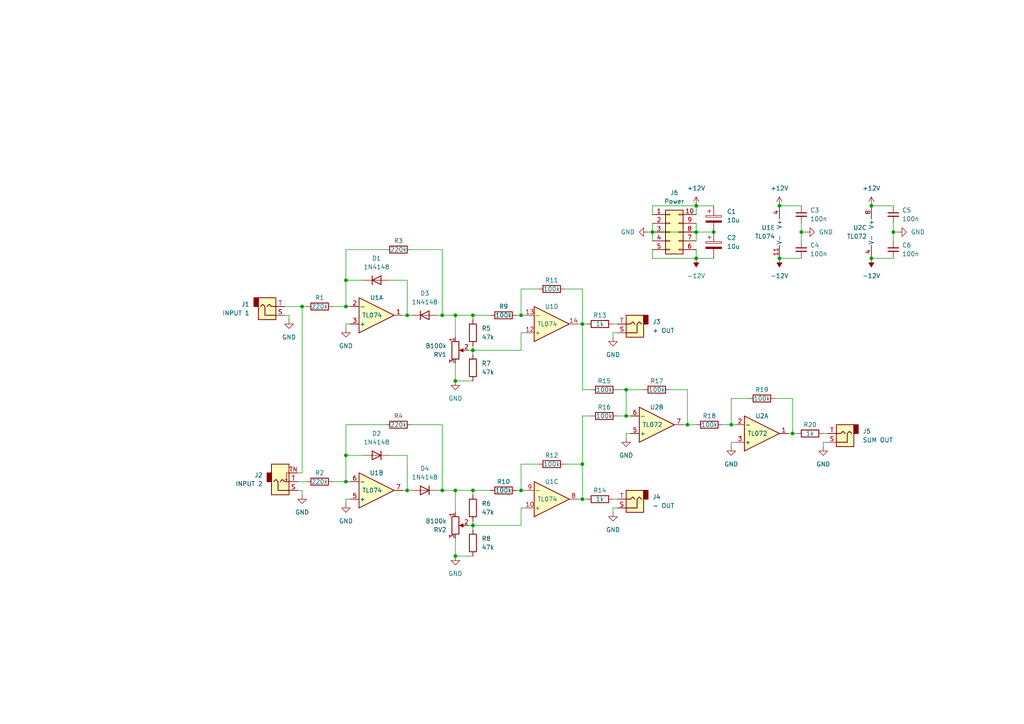
<source format=kicad_sch>
(kicad_sch (version 20230121) (generator eeschema)
  (paper "A4")
  (title_block (title "Recitifnuverter") (date "2024-02-08") (rev "1.0") (company "Sandelinos") (comment 1 "https://sandelinos.me/diy/Rectifinuverter"))
  (lib_symbols
    (symbol "Amplifier_Operational:TL072" (pin_names (offset 0.127))
      (property "Reference" "U" (at 0 5.08 0))
      (property "Value" "TL072" (at 0 -5.08 0))
      (symbol "TL072_1_1"
        (polyline (pts (xy -5.08 5.08) (xy 5.08 0) (xy -5.08 -5.08) (xy -5.08 5.08)) (stroke (width 0.254)) (fill (type background)))
        (pin output line (at 7.62 0 180) (length 2.54) (name "~") (number "1"))
        (pin input line (at -7.62 -2.54 0) (length 2.54) (name "-") (number "2"))
        (pin input line (at -7.62 2.54 0) (length 2.54) (name "+") (number "3"))
      )
      (symbol "TL072_2_1"
        (polyline (pts (xy -5.08 5.08) (xy 5.08 0) (xy -5.08 -5.08) (xy -5.08 5.08)) (stroke (width 0.254)) (fill (type background)))
        (pin input line (at -7.62 2.54 0) (length 2.54) (name "+") (number "5"))
        (pin input line (at -7.62 -2.54 0) (length 2.54) (name "-") (number "6"))
        (pin output line (at 7.62 0 180) (length 2.54) (name "~") (number "7"))
      )
      (symbol "TL072_3_1"
        (pin power_in line (at -2.54 -7.62 90) (length 3.81) (name "V-") (number "4"))
        (pin power_in line (at -2.54 7.62 270) (length 3.81) (name "V+") (number "8"))
      )
    )
    (symbol "Amplifier_Operational:TL074" (pin_names (offset 0.127))
      (property "Reference" "U" (at 0 5.08 0))
      (property "Value" "TL074" (at 0 -5.08 0))
      (symbol "TL074_1_1"
        (polyline (pts (xy -5.08 5.08) (xy 5.08 0) (xy -5.08 -5.08) (xy -5.08 5.08)) (stroke (width 0.254)) (fill (type background)))
        (pin output line (at 7.62 0 180) (length 2.54) (name "~") (number "1"))
        (pin input line (at -7.62 -2.54 0) (length 2.54) (name "-") (number "2"))
        (pin input line (at -7.62 2.54 0) (length 2.54) (name "+") (number "3"))
      )
      (symbol "TL074_2_1"
        (polyline (pts (xy -5.08 5.08) (xy 5.08 0) (xy -5.08 -5.08) (xy -5.08 5.08)) (stroke (width 0.254)) (fill (type background)))
        (pin input line (at -7.62 2.54 0) (length 2.54) (name "+") (number "5"))
        (pin input line (at -7.62 -2.54 0) (length 2.54) (name "-") (number "6"))
        (pin output line (at 7.62 0 180) (length 2.54) (name "~") (number "7"))
      )
      (symbol "TL074_3_1"
        (polyline (pts (xy -5.08 5.08) (xy 5.08 0) (xy -5.08 -5.08) (xy -5.08 5.08)) (stroke (width 0.254)) (fill (type background)))
        (pin input line (at -7.62 2.54 0) (length 2.54) (name "+") (number "10"))
        (pin output line (at 7.62 0 180) (length 2.54) (name "~") (number "8"))
        (pin input line (at -7.62 -2.54 0) (length 2.54) (name "-") (number "9"))
      )
      (symbol "TL074_4_1"
        (polyline (pts (xy -5.08 5.08) (xy 5.08 0) (xy -5.08 -5.08) (xy -5.08 5.08)) (stroke (width 0.254)) (fill (type background)))
        (pin input line (at -7.62 2.54 0) (length 2.54) (name "+") (number "12"))
        (pin input line (at -7.62 -2.54 0) (length 2.54) (name "-") (number "13"))
        (pin output line (at 7.62 0 180) (length 2.54) (name "~") (number "14"))
      )
      (symbol "TL074_5_1"
        (pin power_in line (at -2.54 -7.62 90) (length 3.81) (name "V-") (number "11"))
        (pin power_in line (at -2.54 7.62 270) (length 3.81) (name "V+") (number "4"))
      )
    )
    (symbol "Connector_Audio:AudioJack2"
      (property "Reference" "J" (at 0 8.89 0))
      (property "Value" "AudioJack2" (at 0 6.35 0))
      (symbol "AudioJack2_0_1"
        (rectangle (start -3.81 0) (end -2.54 -2.54) (stroke (width 0.254)) (fill (type outline)))
        (rectangle (start -2.54 3.81) (end 2.54 -2.54) (stroke (width 0.254)) (fill (type background)))
        (polyline (pts (xy 0 0) (xy 0.635 -0.635) (xy 1.27 0) (xy 2.54 0)) (stroke (width 0.254)))
        (polyline (pts (xy 2.54 2.54) (xy -0.635 2.54) (xy -0.635 0) (xy -1.27 -0.635) (xy -1.905 0)) (stroke (width 0.254)))
      )
      (symbol "AudioJack2_1_1"
        (pin passive line (at 5.08 2.54 180) (length 2.54) (name "~") (number "S"))
        (pin passive line (at 5.08 0 180) (length 2.54) (name "~") (number "T"))
      )
    )
    (symbol "Connector_Audio:AudioJack2_SwitchT"
      (property "Reference" "J" (at 0 8.89 0))
      (property "Value" "AudioJack2_SwitchT" (at 0 6.35 0))
      (symbol "AudioJack2_SwitchT_0_1"
        (rectangle (start -2.54 0) (end -3.81 -2.54) (stroke (width 0.254)) (fill (type outline)))
        (polyline (pts (xy 1.778 -0.254) (xy 2.032 -0.762)))
        (polyline (pts (xy 0 0) (xy 0.635 -0.635) (xy 1.27 0) (xy 2.54 0)) (stroke (width 0.254)))
        (polyline (pts (xy 2.54 -2.54) (xy 1.778 -2.54) (xy 1.778 -0.254) (xy 1.524 -0.762)))
        (polyline (pts (xy 2.54 2.54) (xy -0.635 2.54) (xy -0.635 0) (xy -1.27 -0.635) (xy -1.905 0)) (stroke (width 0.254)))
        (rectangle (start 2.54 3.81) (end -2.54 -5.08) (stroke (width 0.254)) (fill (type background)))
      )
      (symbol "AudioJack2_SwitchT_1_1"
        (pin passive line (at 5.08 2.54 180) (length 2.54) (name "~") (number "S"))
        (pin passive line (at 5.08 0 180) (length 2.54) (name "~") (number "T"))
        (pin passive line (at 5.08 -2.54 180) (length 2.54) (name "~") (number "TN"))
      )
    )
    (symbol "Connector_Generic:Conn_02x05_Counter_Clockwise" (pin_names (offset 1.016) hide)
      (property "Reference" "J" (at 1.27 7.62 0))
      (property "Value" "Conn_02x05_Counter_Clockwise" (at 1.27 -7.62 0))
      (symbol "Conn_02x05_Counter_Clockwise_1_1"
        (rectangle (start -1.27 -4.953) (end 0 -5.207) (stroke (width 0.1524)))
        (rectangle (start -1.27 -2.413) (end 0 -2.667) (stroke (width 0.1524)))
        (rectangle (start -1.27 0.127) (end 0 -0.127) (stroke (width 0.1524)))
        (rectangle (start -1.27 2.667) (end 0 2.413) (stroke (width 0.1524)))
        (rectangle (start -1.27 5.207) (end 0 4.953) (stroke (width 0.1524)))
        (rectangle (start -1.27 6.35) (end 3.81 -6.35) (stroke (width 0.254)) (fill (type background)))
        (rectangle (start 3.81 -4.953) (end 2.54 -5.207) (stroke (width 0.1524)))
        (rectangle (start 3.81 -2.413) (end 2.54 -2.667) (stroke (width 0.1524)))
        (rectangle (start 3.81 0.127) (end 2.54 -0.127) (stroke (width 0.1524)))
        (rectangle (start 3.81 2.667) (end 2.54 2.413) (stroke (width 0.1524)))
        (rectangle (start 3.81 5.207) (end 2.54 4.953) (stroke (width 0.1524)))
        (pin passive line (at -5.08 5.08 0) (length 3.81) (name "Pin_1") (number "1"))
        (pin passive line (at 7.62 5.08 180) (length 3.81) (name "Pin_10") (number "10"))
        (pin passive line (at -5.08 2.54 0) (length 3.81) (name "Pin_2") (number "2"))
        (pin passive line (at -5.08 0 0) (length 3.81) (name "Pin_3") (number "3"))
        (pin passive line (at -5.08 -2.54 0) (length 3.81) (name "Pin_4") (number "4"))
        (pin passive line (at -5.08 -5.08 0) (length 3.81) (name "Pin_5") (number "5"))
        (pin passive line (at 7.62 -5.08 180) (length 3.81) (name "Pin_6") (number "6"))
        (pin passive line (at 7.62 -2.54 180) (length 3.81) (name "Pin_7") (number "7"))
        (pin passive line (at 7.62 0 180) (length 3.81) (name "Pin_8") (number "8"))
        (pin passive line (at 7.62 2.54 180) (length 3.81) (name "Pin_9") (number "9"))
      )
    )
    (symbol "Device:C_Polarized" (pin_numbers hide) (pin_names (offset 0.254))
      (property "Reference" "C" (at 0.635 2.54 0))
      (property "Value" "C_Polarized" (at 0.635 -2.54 0))
      (symbol "C_Polarized_0_1"
        (rectangle (start -2.286 0.508) (end 2.286 1.016))
        (polyline (pts (xy -1.778 2.286) (xy -0.762 2.286)))
        (polyline (pts (xy -1.27 2.794) (xy -1.27 1.778)))
        (rectangle (start 2.286 -0.508) (end -2.286 -1.016) (fill (type outline)))
      )
      (symbol "C_Polarized_1_1"
        (pin passive line (at 0 3.81 270) (length 2.794) (name "~") (number "1"))
        (pin passive line (at 0 -3.81 90) (length 2.794) (name "~") (number "2"))
      )
    )
    (symbol "Device:C_Small" (pin_numbers hide) (pin_names (offset 0.254) hide)
      (property "Reference" "C" (at 0.254 1.778 0))
      (property "Value" "C_Small" (at 0.254 -2.032 0))
      (symbol "C_Small_0_1"
        (polyline (pts (xy -1.524 -0.508) (xy 1.524 -0.508)) (stroke (width 0.3302)))
        (polyline (pts (xy -1.524 0.508) (xy 1.524 0.508)) (stroke (width 0.3048)))
      )
      (symbol "C_Small_1_1"
        (pin passive line (at 0 2.54 270) (length 2.032) (name "~") (number "1"))
        (pin passive line (at 0 -2.54 90) (length 2.032) (name "~") (number "2"))
      )
    )
    (symbol "Device:D" (pin_numbers hide) (pin_names (offset 1.016) hide)
      (property "Reference" "D" (at 0 2.54 0))
      (property "Value" "D" (at 0 -2.54 0))
      (symbol "D_0_1"
        (polyline (pts (xy -1.27 1.27) (xy -1.27 -1.27)) (stroke (width 0.254)))
        (polyline (pts (xy 1.27 0) (xy -1.27 0)))
        (polyline (pts (xy 1.27 1.27) (xy 1.27 -1.27) (xy -1.27 0) (xy 1.27 1.27)) (stroke (width 0.254)))
      )
      (symbol "D_1_1"
        (pin passive line (at -3.81 0 0) (length 2.54) (name "K") (number "1"))
        (pin passive line (at 3.81 0 180) (length 2.54) (name "A") (number "2"))
      )
    )
    (symbol "Device:R" (pin_numbers hide) (pin_names (offset 0))
      (property "Reference" "R" (at 2.032 0 90))
      (property "Value" "R" (at 0 0 90))
      (symbol "R_0_1"
        (rectangle (start -1.016 -2.54) (end 1.016 2.54) (stroke (width 0.254)))
      )
      (symbol "R_1_1"
        (pin passive line (at 0 3.81 270) (length 1.27) (name "~") (number "1"))
        (pin passive line (at 0 -3.81 90) (length 1.27) (name "~") (number "2"))
      )
    )
    (symbol "Device:R_Potentiometer" (pin_names (offset 1.016) hide)
      (property "Reference" "RV" (at -4.445 0 90))
      (property "Value" "R_Potentiometer" (at -2.54 0 90))
      (symbol "R_Potentiometer_0_1"
        (polyline (pts (xy 2.54 0) (xy 1.524 0)))
        (polyline (pts (xy 1.143 0) (xy 2.286 0.508) (xy 2.286 -0.508) (xy 1.143 0)) (fill (type outline)))
        (rectangle (start 1.016 2.54) (end -1.016 -2.54) (stroke (width 0.254)))
      )
      (symbol "R_Potentiometer_1_1"
        (pin passive line (at 0 3.81 270) (length 1.27) (name "1") (number "1"))
        (pin passive line (at 3.81 0 180) (length 1.27) (name "2") (number "2"))
        (pin passive line (at 0 -3.81 90) (length 1.27) (name "3") (number "3"))
      )
    )
    (symbol "power:+12V" (power) (pin_names (offset 0))
      (property "Value" "+12V" (at 0 3.556 0))
      (symbol "+12V_0_1"
        (polyline (pts (xy -0.762 1.27) (xy 0 2.54)))
        (polyline (pts (xy 0 0) (xy 0 2.54)))
        (polyline (pts (xy 0 2.54) (xy 0.762 1.27)))
      )
      (symbol "+12V_1_1"
        (pin power_in line (at 0 0 90) (length 0) hide (name "+12V") (number "1"))
      )
    )
    (symbol "power:-12V" (power) (pin_names (offset 0))
      (property "Value" "-12V" (at 0 3.81 0))
      (symbol "-12V_0_0"
        (pin power_in line (at 0 0 90) (length 0) hide (name "-12V") (number "1"))
      )
      (symbol "-12V_0_1"
        (polyline (pts (xy 0 0) (xy 0 1.27) (xy 0.762 1.27) (xy 0 2.54) (xy -0.762 1.27) (xy 0 1.27)) (fill (type outline)))
      )
    )
    (symbol "power:GND" (power) (pin_names (offset 0))
      (property "Value" "GND" (at 0 -3.81 0))
      (symbol "GND_0_1"
        (polyline (pts (xy 0 0) (xy 0 -1.27) (xy 1.27 -1.27) (xy 0 -2.54) (xy -1.27 -1.27) (xy 0 -1.27)))
      )
      (symbol "GND_1_1"
        (pin power_in line (at 0 0 270) (length 0) hide (name "GND") (number "1"))
      )
    )
  )
  (junction (at 100.33 139.7))
  (junction (at 226.06 74.93))
  (junction (at 132.08 110.49))
  (junction (at 118.11 142.24))
  (junction (at 132.08 161.29))
  (junction (at 168.91 144.78))
  (junction (at 199.39 123.19))
  (junction (at 201.93 67.31))
  (junction (at 181.61 120.65))
  (junction (at 137.16 142.24))
  (junction (at 189.23 67.31))
  (junction (at 137.16 91.44))
  (junction (at 100.33 81.28))
  (junction (at 168.91 134.62))
  (junction (at 252.73 59.69))
  (junction (at 201.93 74.93))
  (junction (at 168.91 93.98))
  (junction (at 100.33 88.9))
  (junction (at 151.13 142.24))
  (junction (at 252.73 74.93))
  (junction (at 132.08 142.24))
  (junction (at 229.87 125.73))
  (junction (at 128.27 91.44))
  (junction (at 128.27 142.24))
  (junction (at 201.93 59.69))
  (junction (at 226.06 59.69))
  (junction (at 87.63 88.9))
  (junction (at 118.11 91.44))
  (junction (at 137.16 101.6))
  (junction (at 232.41 67.31))
  (junction (at 259.08 67.31))
  (junction (at 181.61 113.03))
  (junction (at 100.33 132.08))
  (junction (at 207.01 67.31))
  (junction (at 132.08 91.44))
  (junction (at 212.09 123.19))
  (junction (at 151.13 91.44))
  (junction (at 137.16 152.4))
  (wire (pts (xy 168.91 83.82) (xy 168.91 93.98)))
  (wire (pts (xy 177.8 93.98) (xy 179.07 93.98)))
  (wire (pts (xy 181.61 127) (xy 181.61 125.73)))
  (wire (pts (xy 189.23 59.69) (xy 201.93 59.69)))
  (wire (pts (xy 201.93 64.77) (xy 201.93 67.31)))
  (wire (pts (xy 128.27 142.24) (xy 128.27 123.19)))
  (wire (pts (xy 149.86 91.44) (xy 151.13 91.44)))
  (wire (pts (xy 100.33 72.39) (xy 100.33 81.28)))
  (wire (pts (xy 83.82 92.71) (xy 83.82 91.44)))
  (wire (pts (xy 137.16 152.4) (xy 137.16 153.67)))
  (wire (pts (xy 181.61 120.65) (xy 182.88 120.65)))
  (wire (pts (xy 156.21 134.62) (xy 151.13 134.62)))
  (wire (pts (xy 137.16 91.44) (xy 142.24 91.44)))
  (wire (pts (xy 100.33 144.78) (xy 101.6 144.78)))
  (wire (pts (xy 199.39 123.19) (xy 201.93 123.19)))
  (wire (pts (xy 232.41 67.31) (xy 232.41 69.85)))
  (wire (pts (xy 189.23 62.23) (xy 189.23 59.69)))
  (wire (pts (xy 137.16 142.24) (xy 137.16 143.51)))
  (wire (pts (xy 194.31 113.03) (xy 199.39 113.03)))
  (wire (pts (xy 149.86 142.24) (xy 151.13 142.24)))
  (wire (pts (xy 201.93 74.93) (xy 207.01 74.93)))
  (wire (pts (xy 168.91 144.78) (xy 170.18 144.78)))
  (wire (pts (xy 168.91 134.62) (xy 168.91 144.78)))
  (wire (pts (xy 113.03 132.08) (xy 118.11 132.08)))
  (wire (pts (xy 151.13 83.82) (xy 151.13 91.44)))
  (wire (pts (xy 212.09 128.27) (xy 213.36 128.27)))
  (wire (pts (xy 156.21 83.82) (xy 151.13 83.82)))
  (wire (pts (xy 189.23 74.93) (xy 189.23 72.39)))
  (wire (pts (xy 100.33 139.7) (xy 101.6 139.7)))
  (wire (pts (xy 132.08 161.29) (xy 137.16 161.29)))
  (wire (pts (xy 179.07 120.65) (xy 181.61 120.65)))
  (wire (pts (xy 83.82 91.44) (xy 82.55 91.44)))
  (wire (pts (xy 100.33 88.9) (xy 101.6 88.9)))
  (wire (pts (xy 151.13 96.52) (xy 152.4 96.52)))
  (wire (pts (xy 137.16 91.44) (xy 137.16 92.71)))
  (wire (pts (xy 82.55 88.9) (xy 87.63 88.9)))
  (wire (pts (xy 168.91 144.78) (xy 167.64 144.78)))
  (wire (pts (xy 252.73 59.69) (xy 259.08 59.69)))
  (wire (pts (xy 96.52 139.7) (xy 100.33 139.7)))
  (wire (pts (xy 100.33 95.25) (xy 100.33 93.98)))
  (wire (pts (xy 163.83 83.82) (xy 168.91 83.82)))
  (wire (pts (xy 128.27 91.44) (xy 132.08 91.44)))
  (wire (pts (xy 201.93 67.31) (xy 207.01 67.31)))
  (wire (pts (xy 177.8 148.59) (xy 177.8 147.32)))
  (wire (pts (xy 96.52 88.9) (xy 100.33 88.9)))
  (wire (pts (xy 212.09 123.19) (xy 213.36 123.19)))
  (wire (pts (xy 128.27 72.39) (xy 119.38 72.39)))
  (wire (pts (xy 86.36 139.7) (xy 88.9 139.7)))
  (wire (pts (xy 151.13 134.62) (xy 151.13 142.24)))
  (wire (pts (xy 111.76 72.39) (xy 100.33 72.39)))
  (wire (pts (xy 232.41 67.31) (xy 233.68 67.31)))
  (wire (pts (xy 186.69 113.03) (xy 181.61 113.03)))
  (wire (pts (xy 113.03 81.28) (xy 118.11 81.28)))
  (wire (pts (xy 168.91 93.98) (xy 168.91 113.03)))
  (wire (pts (xy 87.63 143.51) (xy 87.63 142.24)))
  (wire (pts (xy 238.76 129.54) (xy 238.76 128.27)))
  (wire (pts (xy 209.55 123.19) (xy 212.09 123.19)))
  (wire (pts (xy 201.93 59.69) (xy 201.93 62.23)))
  (wire (pts (xy 118.11 142.24) (xy 119.38 142.24)))
  (wire (pts (xy 137.16 152.4) (xy 137.16 151.13)))
  (wire (pts (xy 137.16 101.6) (xy 137.16 100.33)))
  (wire (pts (xy 132.08 142.24) (xy 132.08 148.59)))
  (wire (pts (xy 118.11 132.08) (xy 118.11 142.24)))
  (wire (pts (xy 238.76 125.73) (xy 240.03 125.73)))
  (wire (pts (xy 87.63 142.24) (xy 86.36 142.24)))
  (wire (pts (xy 132.08 110.49) (xy 137.16 110.49)))
  (wire (pts (xy 151.13 101.6) (xy 151.13 96.52)))
  (wire (pts (xy 238.76 128.27) (xy 240.03 128.27)))
  (wire (pts (xy 132.08 91.44) (xy 132.08 97.79)))
  (wire (pts (xy 137.16 152.4) (xy 151.13 152.4)))
  (wire (pts (xy 179.07 113.03) (xy 181.61 113.03)))
  (wire (pts (xy 105.41 81.28) (xy 100.33 81.28)))
  (wire (pts (xy 151.13 152.4) (xy 151.13 147.32)))
  (wire (pts (xy 252.73 74.93) (xy 259.08 74.93)))
  (wire (pts (xy 177.8 97.79) (xy 177.8 96.52)))
  (wire (pts (xy 87.63 88.9) (xy 88.9 88.9)))
  (wire (pts (xy 226.06 59.69) (xy 232.41 59.69)))
  (wire (pts (xy 199.39 113.03) (xy 199.39 123.19)))
  (wire (pts (xy 118.11 91.44) (xy 116.84 91.44)))
  (wire (pts (xy 100.33 81.28) (xy 100.33 88.9)))
  (wire (pts (xy 177.8 144.78) (xy 179.07 144.78)))
  (wire (pts (xy 232.41 64.77) (xy 232.41 67.31)))
  (wire (pts (xy 229.87 125.73) (xy 231.14 125.73)))
  (wire (pts (xy 137.16 101.6) (xy 137.16 102.87)))
  (wire (pts (xy 100.33 132.08) (xy 100.33 139.7)))
  (wire (pts (xy 118.11 142.24) (xy 116.84 142.24)))
  (wire (pts (xy 189.23 67.31) (xy 201.93 67.31)))
  (wire (pts (xy 212.09 129.54) (xy 212.09 128.27)))
  (wire (pts (xy 128.27 142.24) (xy 132.08 142.24)))
  (wire (pts (xy 111.76 123.19) (xy 100.33 123.19)))
  (wire (pts (xy 259.08 64.77) (xy 259.08 67.31)))
  (wire (pts (xy 127 142.24) (xy 128.27 142.24)))
  (wire (pts (xy 151.13 142.24) (xy 152.4 142.24)))
  (wire (pts (xy 177.8 96.52) (xy 179.07 96.52)))
  (wire (pts (xy 137.16 142.24) (xy 132.08 142.24)))
  (wire (pts (xy 168.91 120.65) (xy 171.45 120.65)))
  (wire (pts (xy 105.41 132.08) (xy 100.33 132.08)))
  (wire (pts (xy 228.6 125.73) (xy 229.87 125.73)))
  (wire (pts (xy 137.16 91.44) (xy 132.08 91.44)))
  (wire (pts (xy 151.13 147.32) (xy 152.4 147.32)))
  (wire (pts (xy 187.96 67.31) (xy 189.23 67.31)))
  (wire (pts (xy 137.16 142.24) (xy 142.24 142.24)))
  (wire (pts (xy 151.13 91.44) (xy 152.4 91.44)))
  (wire (pts (xy 135.89 101.6) (xy 137.16 101.6)))
  (wire (pts (xy 128.27 91.44) (xy 128.27 72.39)))
  (wire (pts (xy 100.33 93.98) (xy 101.6 93.98)))
  (wire (pts (xy 168.91 134.62) (xy 168.91 120.65)))
  (wire (pts (xy 163.83 134.62) (xy 168.91 134.62)))
  (wire (pts (xy 189.23 64.77) (xy 189.23 67.31)))
  (wire (pts (xy 118.11 91.44) (xy 119.38 91.44)))
  (wire (pts (xy 217.17 115.57) (xy 212.09 115.57)))
  (wire (pts (xy 229.87 115.57) (xy 229.87 125.73)))
  (wire (pts (xy 189.23 67.31) (xy 189.23 69.85)))
  (wire (pts (xy 100.33 146.05) (xy 100.33 144.78)))
  (wire (pts (xy 259.08 67.31) (xy 260.35 67.31)))
  (wire (pts (xy 201.93 72.39) (xy 201.93 74.93)))
  (wire (pts (xy 132.08 161.29) (xy 132.08 156.21)))
  (wire (pts (xy 212.09 115.57) (xy 212.09 123.19)))
  (wire (pts (xy 87.63 137.16) (xy 86.36 137.16)))
  (wire (pts (xy 118.11 81.28) (xy 118.11 91.44)))
  (wire (pts (xy 87.63 88.9) (xy 87.63 137.16)))
  (wire (pts (xy 100.33 123.19) (xy 100.33 132.08)))
  (wire (pts (xy 199.39 123.19) (xy 198.12 123.19)))
  (wire (pts (xy 259.08 67.31) (xy 259.08 69.85)))
  (wire (pts (xy 132.08 110.49) (xy 132.08 105.41)))
  (wire (pts (xy 127 91.44) (xy 128.27 91.44)))
  (wire (pts (xy 201.93 74.93) (xy 189.23 74.93)))
  (wire (pts (xy 201.93 67.31) (xy 201.93 69.85)))
  (wire (pts (xy 224.79 115.57) (xy 229.87 115.57)))
  (wire (pts (xy 135.89 152.4) (xy 137.16 152.4)))
  (wire (pts (xy 181.61 113.03) (xy 181.61 120.65)))
  (wire (pts (xy 137.16 101.6) (xy 151.13 101.6)))
  (wire (pts (xy 181.61 125.73) (xy 182.88 125.73)))
  (wire (pts (xy 226.06 74.93) (xy 232.41 74.93)))
  (wire (pts (xy 168.91 93.98) (xy 170.18 93.98)))
  (wire (pts (xy 168.91 93.98) (xy 167.64 93.98)))
  (wire (pts (xy 177.8 147.32) (xy 179.07 147.32)))
  (wire (pts (xy 128.27 123.19) (xy 119.38 123.19)))
  (wire (pts (xy 168.91 113.03) (xy 171.45 113.03)))
  (wire (pts (xy 201.93 59.69) (xy 207.01 59.69)))
  (symbol (lib_id "Device:D") (at 123.19 142.24 0) (mirror y) (unit 1)
    (property "Reference" "D4" (at 123.19 135.89 0))
    (property "Value" "1N4148" (at 123.19 138.43 0))
    (property "Sim.Device" "D" (effects hide))
    (property "Sim.Pins" "1=K 2=A" (effects hide))
  )
  (symbol (lib_id "Device:R_Potentiometer") (at 132.08 101.6 0) (unit 1)
    (property "Reference" "RV1" (at 129.54 102.87 0) (effects (justify right)))
    (property "Value" "B100k" (at 129.54 100.33 0) (effects (justify right)))
  )
  (symbol (lib_id "power:GND") (at 83.82 92.71 0) (unit 1)
    (property "Reference" "#PWR04" (effects hide))
    (property "Value" "GND" (at 83.82 97.79 0))
  )
  (symbol (lib_id "Device:C_Polarized") (at 207.01 71.12 0) (unit 1)
    (property "Reference" "C2" (at 210.82 68.961 0) (effects (justify left)))
    (property "Value" "10u" (at 210.82 71.501 0) (effects (justify left)))
  )
  (symbol (lib_id "power:+12V") (at 252.73 59.69 0) (unit 1)
    (property "Reference" "#PWR012" (effects hide))
    (property "Value" "+12V" (at 252.73 54.61 0))
  )
  (symbol (lib_id "Device:R") (at 175.26 120.65 90) (unit 1)
    (property "Reference" "R16" (at 175.26 118.11 90))
    (property "Value" "100k" (at 175.26 120.65 90))
  )
  (symbol (lib_id "Device:R") (at 234.95 125.73 90) (unit 1)
    (property "Reference" "R20" (at 234.95 123.19 90))
    (property "Value" "1k" (at 234.95 125.73 90))
  )
  (symbol (lib_id "power:-12V") (at 201.93 74.93 180) (unit 1)
    (property "Reference" "#PWR015" (effects hide))
    (property "Value" "-12V" (at 201.93 80.01 0))
  )
  (symbol (lib_id "Device:R") (at 92.71 139.7 90) (unit 1)
    (property "Reference" "R2" (at 92.71 137.16 90))
    (property "Value" "220k" (at 92.71 139.7 90))
  )
  (symbol (lib_id "Amplifier_Operational:TL074") (at 160.02 144.78 0) (mirror x) (unit 3)
    (property "Reference" "U1" (at 160.02 139.7 0))
    (property "Value" "TL074" (at 158.75 144.78 0))
    (property "Datasheet" "http://www.ti.com/lit/ds/symlink/tl071.pdf" (effects hide))
  )
  (symbol (lib_id "Device:C_Small") (at 259.08 72.39 0) (unit 1)
    (property "Reference" "C6" (at 261.62 71.1263 0) (effects (justify left)))
    (property "Value" "100n" (at 261.62 73.6663 0) (effects (justify left)))
  )
  (symbol (lib_id "power:GND") (at 132.08 161.29 0) (unit 1)
    (property "Reference" "#PWR09" (effects hide))
    (property "Value" "GND" (at 132.08 166.37 0))
  )
  (symbol (lib_id "Device:C_Small") (at 232.41 62.23 0) (unit 1)
    (property "Reference" "C3" (at 234.95 60.9663 0) (effects (justify left)))
    (property "Value" "100n" (at 234.95 63.5063 0) (effects (justify left)))
  )
  (symbol (lib_id "Device:R") (at 160.02 83.82 90) (unit 1)
    (property "Reference" "R11" (at 160.02 81.28 90))
    (property "Value" "100k" (at 160.02 83.82 90))
  )
  (symbol (lib_id "power:GND") (at 177.8 97.79 0) (unit 1)
    (property "Reference" "#PWR05" (effects hide))
    (property "Value" "GND" (at 177.8 102.87 0))
  )
  (symbol (lib_id "Connector_Generic:Conn_02x05_Counter_Clockwise") (at 194.31 67.31 0) (unit 1)
    (property "Reference" "J6" (at 195.58 55.88 0))
    (property "Value" "Power" (at 195.58 58.42 0))
  )
  (symbol (lib_id "Device:C_Small") (at 232.41 72.39 0) (unit 1)
    (property "Reference" "C4" (at 234.95 71.1263 0) (effects (justify left)))
    (property "Value" "100n" (at 234.95 73.6663 0) (effects (justify left)))
  )
  (symbol (lib_id "Device:R") (at 190.5 113.03 90) (unit 1)
    (property "Reference" "R17" (at 190.5 110.49 90))
    (property "Value" "100k" (at 190.5 113.03 90))
  )
  (symbol (lib_id "Device:C_Polarized") (at 207.01 63.5 0) (unit 1)
    (property "Reference" "C1" (at 210.82 61.341 0) (effects (justify left)))
    (property "Value" "10u" (at 210.82 63.881 0) (effects (justify left)))
  )
  (symbol (lib_id "power:GND") (at 132.08 110.49 0) (unit 1)
    (property "Reference" "#PWR07" (effects hide))
    (property "Value" "GND" (at 132.08 115.57 0))
  )
  (symbol (lib_id "Device:R") (at 220.98 115.57 90) (unit 1)
    (property "Reference" "R19" (at 220.98 113.03 90))
    (property "Value" "100k" (at 220.98 115.57 90))
  )
  (symbol (lib_id "power:GND") (at 87.63 143.51 0) (unit 1)
    (property "Reference" "#PWR06" (effects hide))
    (property "Value" "GND" (at 87.63 148.59 0))
  )
  (symbol (lib_id "Amplifier_Operational:TL074") (at 109.22 142.24 0) (mirror x) (unit 2)
    (property "Reference" "U1" (at 109.22 137.16 0))
    (property "Value" "TL074" (at 107.95 142.24 0))
    (property "Datasheet" "http://www.ti.com/lit/ds/symlink/tl071.pdf" (effects hide))
  )
  (symbol (lib_id "Device:R") (at 137.16 106.68 0) (unit 1)
    (property "Reference" "R7" (at 139.7 105.41 0) (effects (justify left)))
    (property "Value" "47k" (at 139.7 107.95 0) (effects (justify left)))
  )
  (symbol (lib_id "Device:D") (at 123.19 91.44 0) (unit 1)
    (property "Reference" "D3" (at 123.19 85.09 0))
    (property "Value" "1N4148" (at 123.19 87.63 0))
    (property "Sim.Device" "D" (effects hide))
    (property "Sim.Pins" "1=K 2=A" (effects hide))
  )
  (symbol (lib_id "Connector_Audio:AudioJack2_SwitchT") (at 81.28 139.7 0) (mirror x) (unit 1)
    (property "Reference" "J2" (at 76.2 137.795 0) (effects (justify right)))
    (property "Value" "INPUT 2" (at 76.2 140.335 0) (effects (justify right)))
  )
  (symbol (lib_id "Device:R") (at 137.16 157.48 0) (unit 1)
    (property "Reference" "R8" (at 139.7 156.21 0) (effects (justify left)))
    (property "Value" "47k" (at 139.7 158.75 0) (effects (justify left)))
  )
  (symbol (lib_id "Device:R") (at 92.71 88.9 90) (unit 1)
    (property "Reference" "R1" (at 92.71 86.36 90))
    (property "Value" "220k" (at 92.71 88.9 90))
  )
  (symbol (lib_id "Device:R") (at 137.16 96.52 0) (unit 1)
    (property "Reference" "R5" (at 139.7 95.25 0) (effects (justify left)))
    (property "Value" "47k" (at 139.7 97.79 0) (effects (justify left)))
  )
  (symbol (lib_id "power:GND") (at 212.09 129.54 0) (unit 1)
    (property "Reference" "#PWR019" (effects hide))
    (property "Value" "GND" (at 212.09 134.62 0))
  )
  (symbol (lib_id "power:+12V") (at 201.93 59.69 0) (unit 1)
    (property "Reference" "#PWR014" (effects hide))
    (property "Value" "+12V" (at 201.93 54.61 0))
  )
  (symbol (lib_id "Device:R") (at 175.26 113.03 90) (unit 1)
    (property "Reference" "R15" (at 175.26 110.49 90))
    (property "Value" "100k" (at 175.26 113.03 90))
  )
  (symbol (lib_id "Amplifier_Operational:TL072") (at 255.27 67.31 0) (unit 3)
    (property "Reference" "U2" (at 251.46 66.04 0) (effects (justify right)))
    (property "Value" "TL072" (at 251.46 68.58 0) (effects (justify right)))
    (property "Datasheet" "http://www.ti.com/lit/ds/symlink/tl071.pdf" (effects hide))
  )
  (symbol (lib_id "power:GND") (at 100.33 146.05 0) (unit 1)
    (property "Reference" "#PWR08" (effects hide))
    (property "Value" "GND" (at 100.33 151.13 0))
  )
  (symbol (lib_id "power:+12V") (at 226.06 59.69 0) (unit 1)
    (property "Reference" "#PWR01" (effects hide))
    (property "Value" "+12V" (at 226.06 54.61 0))
  )
  (symbol (lib_id "power:GND") (at 100.33 95.25 0) (unit 1)
    (property "Reference" "#PWR03" (effects hide))
    (property "Value" "GND" (at 100.33 100.33 0))
  )
  (symbol (lib_id "Device:R") (at 160.02 134.62 90) (unit 1)
    (property "Reference" "R12" (at 160.02 132.08 90))
    (property "Value" "100k" (at 160.02 134.62 90))
  )
  (symbol (lib_id "power:GND") (at 260.35 67.31 90) (unit 1)
    (property "Reference" "#PWR017" (effects hide))
    (property "Value" "GND" (at 264.16 67.31 90) (effects (justify right)))
  )
  (symbol (lib_id "power:GND") (at 238.76 129.54 0) (unit 1)
    (property "Reference" "#PWR020" (effects hide))
    (property "Value" "GND" (at 238.76 134.62 0))
  )
  (symbol (lib_id "Device:R") (at 205.74 123.19 90) (unit 1)
    (property "Reference" "R18" (at 205.74 120.65 90))
    (property "Value" "100k" (at 205.74 123.19 90))
  )
  (symbol (lib_id "power:GND") (at 177.8 148.59 0) (unit 1)
    (property "Reference" "#PWR010" (effects hide))
    (property "Value" "GND" (at 177.8 153.67 0))
  )
  (symbol (lib_id "Device:R") (at 137.16 147.32 0) (unit 1)
    (property "Reference" "R6" (at 139.7 146.05 0) (effects (justify left)))
    (property "Value" "47k" (at 139.7 148.59 0) (effects (justify left)))
  )
  (symbol (lib_id "Device:D") (at 109.22 81.28 0) (unit 1)
    (property "Reference" "D1" (at 109.22 74.93 0))
    (property "Value" "1N4148" (at 109.22 77.47 0))
    (property "Sim.Device" "D" (effects hide))
    (property "Sim.Pins" "1=K 2=A" (effects hide))
  )
  (symbol (lib_id "Device:R") (at 173.99 93.98 90) (unit 1)
    (property "Reference" "R13" (at 173.99 91.44 90))
    (property "Value" "1k" (at 173.99 93.98 90))
  )
  (symbol (lib_id "Connector_Audio:AudioJack2") (at 184.15 144.78 180) (unit 1)
    (property "Reference" "J4" (at 189.23 144.145 0) (effects (justify right)))
    (property "Value" "- OUT" (at 189.23 146.685 0) (effects (justify right)))
  )
  (symbol (lib_id "power:GND") (at 187.96 67.31 270) (unit 1)
    (property "Reference" "#PWR013" (effects hide))
    (property "Value" "GND" (at 184.15 67.31 90) (effects (justify right)))
  )
  (symbol (lib_id "Amplifier_Operational:TL074") (at 228.6 67.31 0) (unit 5)
    (property "Reference" "U1" (at 224.79 66.04 0) (effects (justify right)))
    (property "Value" "TL074" (at 224.79 68.58 0) (effects (justify right)))
    (property "Datasheet" "http://www.ti.com/lit/ds/symlink/tl071.pdf" (effects hide))
  )
  (symbol (lib_id "Device:R") (at 115.57 72.39 90) (unit 1)
    (property "Reference" "R3" (at 115.57 69.85 90))
    (property "Value" "220k" (at 115.57 72.39 90))
  )
  (symbol (lib_id "Device:R_Potentiometer") (at 132.08 152.4 0) (unit 1)
    (property "Reference" "RV2" (at 129.54 153.67 0) (effects (justify right)))
    (property "Value" "B100k" (at 129.54 151.13 0) (effects (justify right)))
  )
  (symbol (lib_id "Connector_Audio:AudioJack2") (at 77.47 88.9 0) (mirror x) (unit 1)
    (property "Reference" "J1" (at 72.39 88.265 0) (effects (justify right)))
    (property "Value" "INPUT 1" (at 72.39 90.805 0) (effects (justify right)))
  )
  (symbol (lib_id "Connector_Audio:AudioJack2") (at 184.15 93.98 180) (unit 1)
    (property "Reference" "J3" (at 189.23 93.345 0) (effects (justify right)))
    (property "Value" "+ OUT" (at 189.23 95.885 0) (effects (justify right)))
  )
  (symbol (lib_id "Device:D") (at 109.22 132.08 0) (mirror y) (unit 1)
    (property "Reference" "D2" (at 109.22 125.73 0))
    (property "Value" "1N4148" (at 109.22 128.27 0))
    (property "Sim.Device" "D" (effects hide))
    (property "Sim.Pins" "1=K 2=A" (effects hide))
  )
  (symbol (lib_id "Device:R") (at 173.99 144.78 90) (unit 1)
    (property "Reference" "R14" (at 173.99 142.24 90))
    (property "Value" "1k" (at 173.99 144.78 90))
  )
  (symbol (lib_id "Amplifier_Operational:TL072") (at 190.5 123.19 0) (mirror x) (unit 2)
    (property "Reference" "U2" (at 190.5 118.11 0))
    (property "Value" "TL072" (at 189.23 123.19 0))
    (property "Datasheet" "http://www.ti.com/lit/ds/symlink/tl071.pdf" (effects hide))
  )
  (symbol (lib_id "Device:R") (at 146.05 91.44 90) (unit 1)
    (property "Reference" "R9" (at 146.05 88.9 90))
    (property "Value" "100k" (at 146.05 91.44 90))
  )
  (symbol (lib_id "power:GND") (at 181.61 127 0) (unit 1)
    (property "Reference" "#PWR018" (effects hide))
    (property "Value" "GND" (at 181.61 132.08 0))
  )
  (symbol (lib_id "Connector_Audio:AudioJack2") (at 245.11 125.73 180) (unit 1)
    (property "Reference" "J5" (at 250.19 125.095 0) (effects (justify right)))
    (property "Value" "SUM OUT" (at 250.19 127.635 0) (effects (justify right)))
  )
  (symbol (lib_id "Amplifier_Operational:TL074") (at 160.02 93.98 0) (mirror x) (unit 4)
    (property "Reference" "U1" (at 160.02 88.9 0))
    (property "Value" "TL074" (at 158.75 93.98 0))
    (property "Datasheet" "http://www.ti.com/lit/ds/symlink/tl071.pdf" (effects hide))
  )
  (symbol (lib_id "Device:C_Small") (at 259.08 62.23 0) (unit 1)
    (property "Reference" "C5" (at 261.62 60.9663 0) (effects (justify left)))
    (property "Value" "100n" (at 261.62 63.5063 0) (effects (justify left)))
  )
  (symbol (lib_id "Device:R") (at 115.57 123.19 90) (unit 1)
    (property "Reference" "R4" (at 115.57 120.65 90))
    (property "Value" "220k" (at 115.57 123.19 90))
  )
  (symbol (lib_id "Amplifier_Operational:TL074") (at 109.22 91.44 0) (mirror x) (unit 1)
    (property "Reference" "U1" (at 109.22 86.36 0))
    (property "Value" "TL074" (at 107.95 91.44 0))
    (property "Datasheet" "http://www.ti.com/lit/ds/symlink/tl071.pdf" (effects hide))
  )
  (symbol (lib_id "power:-12V") (at 252.73 74.93 180) (unit 1)
    (property "Reference" "#PWR016" (effects hide))
    (property "Value" "-12V" (at 252.73 80.01 0))
  )
  (symbol (lib_id "power:GND") (at 233.68 67.31 90) (unit 1)
    (property "Reference" "#PWR011" (effects hide))
    (property "Value" "GND" (at 237.49 67.31 90) (effects (justify right)))
  )
  (symbol (lib_id "power:-12V") (at 226.06 74.93 180) (unit 1)
    (property "Reference" "#PWR02" (effects hide))
    (property "Value" "-12V" (at 226.06 80.01 0))
  )
  (symbol (lib_id "Amplifier_Operational:TL072") (at 220.98 125.73 0) (mirror x) (unit 1)
    (property "Reference" "U2" (at 220.98 120.65 0))
    (property "Value" "TL072" (at 219.71 125.73 0))
    (property "Datasheet" "http://www.ti.com/lit/ds/symlink/tl071.pdf" (effects hide))
  )
  (symbol (lib_id "Device:R") (at 146.05 142.24 90) (unit 1)
    (property "Reference" "R10" (at 146.05 139.7 90))
    (property "Value" "100k" (at 146.05 142.24 90))
  )
)
</source>
